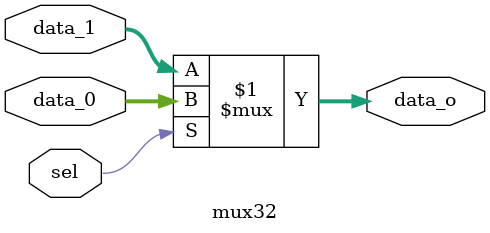
<source format=sv>
module mux32(
	     input logic[31:0] data_0,
	     input logic[31:0] data_1,
	     input logic sel,
	     output logic[31:0] data_o
	     );


   assign data_o = (sel) ? data_0 : data_1;

endmodule // mux32

</source>
